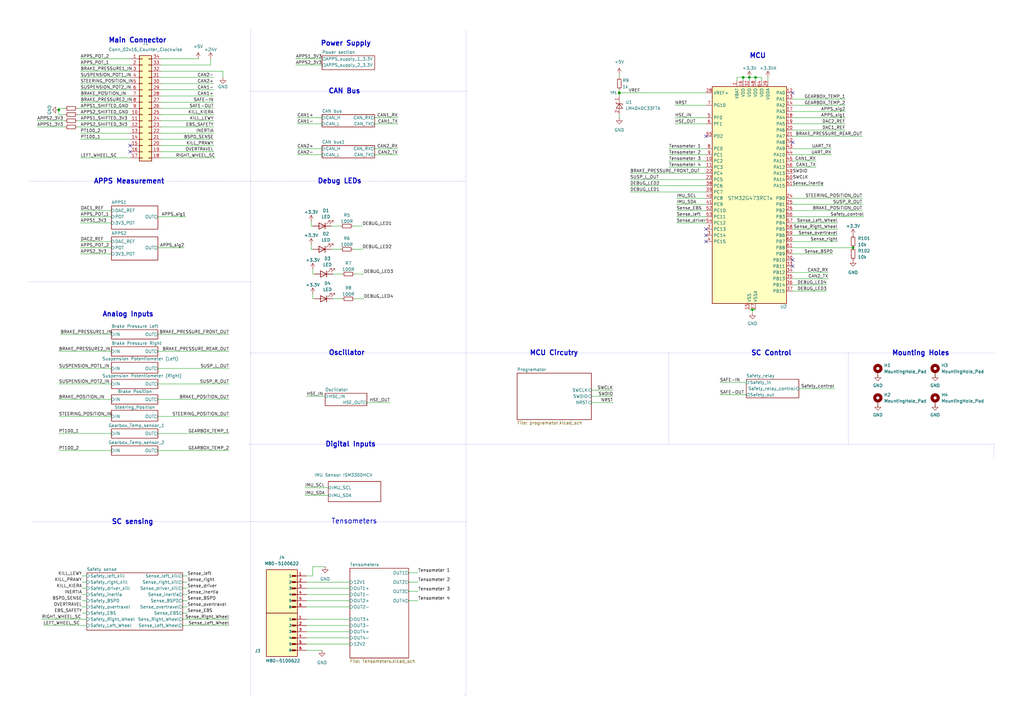
<source format=kicad_sch>
(kicad_sch (version 20231120) (generator "eeschema") (generator_version "8.0")
  (paper "A3")
  (title_block (title "Frontbox") (date "2023-03-11") (rev "${REVISION}") (company "Author: Adam Wasilewski") (comment 1 "Reviewer:"))
  (lib_symbols
    (symbol "Connector:TestPoint_Small" (pin_numbers hide) (pin_names (offset 0.762) hide)
      (property "Reference" "TP" (at 0 3.81 0))
      (property "Value" "TestPoint_Small" (at 0 2.032 0))
      (symbol "TestPoint_Small_1_1"
        (pin passive line (at 0 0 90) (length 0) (name "1") (number "1"))
      )
    )
    (symbol "Connector_Generic:Conn_02x17_Counter_Clockwise" (pin_names (offset 1.016) hide)
      (property "Reference" "J" (at 1.27 22.86 0))
      (property "Value" "Conn_02x17_Counter_Clockwise" (at 1.27 -22.86 0))
      (symbol "Conn_02x17_Counter_Clockwise_1_1"
        (pin passive line (at -5.08 20.32 0) (length 3.81) (name "Pin_1") (number "1"))
        (pin passive line (at -5.08 -2.54 0) (length 3.81) (name "Pin_10") (number "10"))
        (pin passive line (at -5.08 -5.08 0) (length 3.81) (name "Pin_11") (number "11"))
        (pin passive line (at -5.08 -7.62 0) (length 3.81) (name "Pin_12") (number "12"))
        (pin passive line (at -5.08 -10.16 0) (length 3.81) (name "Pin_13") (number "13"))
        (pin passive line (at -5.08 -12.7 0) (length 3.81) (name "Pin_14") (number "14"))
        (pin passive line (at -5.08 -15.24 0) (length 3.81) (name "Pin_15") (number "15"))
        (pin passive line (at -5.08 -17.78 0) (length 3.81) (name "Pin_16") (number "16"))
        (pin passive line (at -5.08 -20.32 0) (length 3.81) (name "Pin_17") (number "17"))
        (pin passive line (at 7.62 -20.32 180) (length 3.81) (name "Pin_18") (number "18"))
        (pin passive line (at 7.62 -17.78 180) (length 3.81) (name "Pin_19") (number "19"))
        (pin passive line (at -5.08 17.78 0) (length 3.81) (name "Pin_2") (number "2"))
        (pin passive line (at 7.62 -15.24 180) (length 3.81) (name "Pin_20") (number "20"))
        (pin passive line (at 7.62 -12.7 180) (length 3.81) (name "Pin_21") (number "21"))
        (pin passive line (at 7.62 -10.16 180) (length 3.81) (name "Pin_22") (number "22"))
        (pin passive line (at 7.62 -7.62 180) (length 3.81) (name "Pin_23") (number "23"))
        (pin passive line (at 7.62 -5.08 180) (length 3.81) (name "Pin_24") (number "24"))
        (pin passive line (at 7.62 -2.54 180) (length 3.81) (name "Pin_25") (number "25"))
        (pin passive line (at 7.62 0 180) (length 3.81) (name "Pin_26") (number "26"))
        (pin passive line (at 7.62 2.54 180) (length 3.81) (name "Pin_27") (number "27"))
        (pin passive line (at 7.62 5.08 180) (length 3.81) (name "Pin_28") (number "28"))
        (pin passive line (at 7.62 7.62 180) (length 3.81) (name "Pin_29") (number "29"))
        (pin passive line (at -5.08 15.24 0) (length 3.81) (name "Pin_3") (number "3"))
        (pin passive line (at 7.62 10.16 180) (length 3.81) (name "Pin_30") (number "30"))
        (pin passive line (at 7.62 12.7 180) (length 3.81) (name "Pin_31") (number "31"))
        (pin passive line (at 7.62 15.24 180) (length 3.81) (name "Pin_32") (number "32"))
        (pin passive line (at 7.62 17.78 180) (length 3.81) (name "Pin_33") (number "33"))
        (pin passive line (at 7.62 20.32 180) (length 3.81) (name "Pin_34") (number "34"))
        (pin passive line (at -5.08 12.7 0) (length 3.81) (name "Pin_4") (number "4"))
        (pin passive line (at -5.08 10.16 0) (length 3.81) (name "Pin_5") (number "5"))
        (pin passive line (at -5.08 7.62 0) (length 3.81) (name "Pin_6") (number "6"))
        (pin passive line (at -5.08 5.08 0) (length 3.81) (name "Pin_7") (number "7"))
        (pin passive line (at -5.08 2.54 0) (length 3.81) (name "Pin_8") (number "8"))
        (pin passive line (at -5.08 0 0) (length 3.81) (name "Pin_9") (number "9"))
      )
    )
    (symbol "Device:LED" (pin_numbers hide) (pin_names (offset 1.016) hide)
      (property "Reference" "D" (at 0 2.54 0))
      (property "Value" "LED" (at 0 -2.54 0))
      (symbol "LED_1_1"
        (pin passive line (at -3.81 0 0) (length 2.54) (name "K") (number "1"))
        (pin passive line (at 3.81 0 180) (length 2.54) (name "A") (number "2"))
      )
    )
    (symbol "Device:R_Small" (pin_numbers hide) (pin_names (offset 0.254) hide)
      (property "Reference" "R" (at 0.762 0.508 0))
      (property "Value" "R_Small" (at 0.762 -1.016 0))
      (symbol "R_Small_1_1"
        (pin passive line (at 0 2.54 270) (length 0.762) (name "~") (number "1"))
        (pin passive line (at 0 -2.54 90) (length 0.762) (name "~") (number "2"))
      )
    )
    (symbol "GND_1" (power) (pin_numbers hide) (pin_names (offset 0) hide)
      (property "Value" "GND" (at 0 -3.81 0))
      (symbol "GND_1_1_1"
        (pin power_in line (at 0 0 270) (length 0) (name "~") (number "1"))
      )
    )
    (symbol "GND_2" (power) (pin_numbers hide) (pin_names (offset 0) hide)
      (property "Value" "GND" (at 0 -3.81 0))
      (symbol "GND_2_1_1"
        (pin power_in line (at 0 0 270) (length 0) (name "~") (number "1"))
      )
    )
    (symbol "LM4040:LM4040" (pin_names (offset 0.0254) hide)
      (property "Reference" "U" (at 1.27 -2.54 90))
      (property "Value" "LM4040C33FTA" (at -1.27 -2.54 90))
      (symbol "LM4040_1_1"
        (pin passive line (at 3.81 0 180) (length 2.54) (name "K") (number "1"))
        (pin passive line (at -3.81 0 0) (length 2.54) (name "A") (number "2"))
        (pin no_connect line (at 0 3.81 270) (length 2.54) hide (name "NC") (number "3"))
      )
    )
    (symbol "MCU_ST_STM32G4:STM32G473RCTx"
      (property "Reference" "U" (at -15.24 46.99 0))
      (property "Value" "STM32G473RCTx" (at 10.16 46.99 0))
      (symbol "STM32G473RCTx_1_1"
        (pin power_in line (at -5.08 48.26 270) (length 2.54) (name "VBAT") (number "1"))
        (pin bidirectional line (at -17.78 15.24 0) (length 2.54) (name "PC2") (number "10"))
        (pin bidirectional line (at -17.78 12.7 0) (length 2.54) (name "PC3") (number "11"))
        (pin bidirectional line (at 17.78 43.18 180) (length 2.54) (name "PA0") (number "12"))
        (pin bidirectional line (at 17.78 40.64 180) (length 2.54) (name "PA1") (number "13"))
        (pin bidirectional line (at 17.78 38.1 180) (length 2.54) (name "PA2") (number "14"))
        (pin power_in line (at 0 -45.72 90) (length 2.54) (name "VSS") (number "15"))
        (pin power_in line (at -2.54 48.26 270) (length 2.54) (name "VDD") (number "16"))
        (pin bidirectional line (at 17.78 35.56 180) (length 2.54) (name "PA3") (number "17"))
        (pin bidirectional line (at 17.78 33.02 180) (length 2.54) (name "PA4") (number "18"))
        (pin bidirectional line (at 17.78 30.48 180) (length 2.54) (name "PA5") (number "19"))
        (pin bidirectional line (at -17.78 -12.7 0) (length 2.54) (name "PC13") (number "2"))
        (pin bidirectional line (at 17.78 27.94 180) (length 2.54) (name "PA6") (number "20"))
        (pin bidirectional line (at 17.78 25.4 180) (length 2.54) (name "PA7") (number "21"))
        (pin bidirectional line (at -17.78 10.16 0) (length 2.54) (name "PC4") (number "22"))
        (pin bidirectional line (at -17.78 7.62 0) (length 2.54) (name "PC5") (number "23"))
        (pin bidirectional line (at 17.78 0 180) (length 2.54) (name "PB0") (number "24"))
        (pin bidirectional line (at 17.78 -2.54 180) (length 2.54) (name "PB1") (number "25"))
        (pin bidirectional line (at 17.78 -5.08 180) (length 2.54) (name "PB2") (number "26"))
        (pin power_in line (at 2.54 -45.72 90) (length 2.54) (name "VSSA") (number "27"))
        (pin input line (at -17.78 43.18 0) (length 2.54) (name "VREF+") (number "28"))
        (pin power_in line (at 7.62 48.26 270) (length 2.54) (name "VDDA") (number "29"))
        (pin bidirectional line (at -17.78 -15.24 0) (length 2.54) (name "PC14") (number "3"))
        (pin bidirectional line (at 17.78 -25.4 180) (length 2.54) (name "PB10") (number "30"))
        (pin passive line (at 0 -45.72 90) (length 2.54) hide (name "VSS") (number "31"))
        (pin power_in line (at 0 48.26 270) (length 2.54) (name "VDD") (number "32"))
        (pin bidirectional line (at 17.78 -27.94 180) (length 2.54) (name "PB11") (number "33"))
        (pin bidirectional line (at 17.78 -30.48 180) (length 2.54) (name "PB12") (number "34"))
        (pin bidirectional line (at 17.78 -33.02 180) (length 2.54) (name "PB13") (number "35"))
        (pin bidirectional line (at 17.78 -35.56 180) (length 2.54) (name "PB14") (number "36"))
        (pin bidirectional line (at 17.78 -38.1 180) (length 2.54) (name "PB15") (number "37"))
        (pin bidirectional line (at -17.78 5.08 0) (length 2.54) (name "PC6") (number "38"))
        (pin bidirectional line (at -17.78 2.54 0) (length 2.54) (name "PC7") (number "39"))
        (pin bidirectional line (at -17.78 -17.78 0) (length 2.54) (name "PC15") (number "4"))
        (pin bidirectional line (at -17.78 0 0) (length 2.54) (name "PC8") (number "40"))
        (pin bidirectional line (at -17.78 -2.54 0) (length 2.54) (name "PC9") (number "41"))
        (pin bidirectional line (at 17.78 22.86 180) (length 2.54) (name "PA8") (number "42"))
        (pin bidirectional line (at 17.78 20.32 180) (length 2.54) (name "PA9") (number "43"))
        (pin bidirectional line (at 17.78 17.78 180) (length 2.54) (name "PA10") (number "44"))
        (pin bidirectional line (at 17.78 15.24 180) (length 2.54) (name "PA11") (number "45"))
        (pin bidirectional line (at 17.78 12.7 180) (length 2.54) (name "PA12") (number "46"))
        (pin passive line (at 0 -45.72 90) (length 2.54) hide (name "VSS") (number "47"))
        (pin power_in line (at 2.54 48.26 270) (length 2.54) (name "VDD") (number "48"))
        (pin bidirectional line (at 17.78 10.16 180) (length 2.54) (name "PA13") (number "49"))
        (pin bidirectional line (at -17.78 33.02 0) (length 2.54) (name "PF0") (number "5"))
        (pin bidirectional line (at 17.78 7.62 180) (length 2.54) (name "PA14") (number "50"))
        (pin bidirectional line (at 17.78 5.08 180) (length 2.54) (name "PA15") (number "51"))
        (pin bidirectional line (at -17.78 -5.08 0) (length 2.54) (name "PC10") (number "52"))
        (pin bidirectional line (at -17.78 -7.62 0) (length 2.54) (name "PC11") (number "53"))
        (pin bidirectional line (at -17.78 -10.16 0) (length 2.54) (name "PC12") (number "54"))
        (pin bidirectional line (at -17.78 25.4 0) (length 2.54) (name "PD2") (number "55"))
        (pin bidirectional line (at 17.78 -7.62 180) (length 2.54) (name "PB3") (number "56"))
        (pin bidirectional line (at 17.78 -10.16 180) (length 2.54) (name "PB4") (number "57"))
        (pin bidirectional line (at 17.78 -12.7 180) (length 2.54) (name "PB5") (number "58"))
        (pin bidirectional line (at 17.78 -15.24 180) (length 2.54) (name "PB6") (number "59"))
        (pin bidirectional line (at -17.78 30.48 0) (length 2.54) (name "PF1") (number "6"))
        (pin bidirectional line (at 17.78 -17.78 180) (length 2.54) (name "PB7") (number "60"))
        (pin bidirectional line (at 17.78 -20.32 180) (length 2.54) (name "PB8") (number "61"))
        (pin bidirectional line (at 17.78 -22.86 180) (length 2.54) (name "PB9") (number "62"))
        (pin passive line (at 0 -45.72 90) (length 2.54) hide (name "VSS") (number "63"))
        (pin power_in line (at 5.08 48.26 270) (length 2.54) (name "VDD") (number "64"))
        (pin bidirectional line (at -17.78 38.1 0) (length 2.54) (name "PG10") (number "7"))
        (pin bidirectional line (at -17.78 20.32 0) (length 2.54) (name "PC0") (number "8"))
        (pin bidirectional line (at -17.78 17.78 0) (length 2.54) (name "PC1") (number "9"))
      )
    )
    (symbol "Mechanical:MountingHole_Pad" (pin_numbers hide) (pin_names (offset 1.016) hide)
      (property "Reference" "H" (at 0 6.35 0))
      (property "Value" "MountingHole_Pad" (at 0 4.445 0))
      (symbol "MountingHole_Pad_1_1"
        (pin input line (at 0 -2.54 90) (length 2.54) (name "1") (number "1"))
      )
    )
    (symbol "Snapeda:M80-5100622" (pin_names (offset 1.016))
      (property "Reference" "J" (at -11.93 5.08 0))
      (property "Value" "M80-5100622" (at -6.858 -10.922 0))
      (symbol "M80-5100622_0_0"
        (pin passive line (at 10.16 6.35 180) (length 5.08) (name "1") (number "1"))
        (pin passive line (at 10.16 3.81 180) (length 5.08) (name "2") (number "2"))
        (pin passive line (at 10.16 1.27 180) (length 5.08) (name "3") (number "3"))
        (pin passive line (at 10.16 -1.27 180) (length 5.08) (name "4") (number "4"))
        (pin passive line (at 10.16 -3.81 180) (length 5.08) (name "5") (number "5"))
        (pin passive line (at 10.16 -6.35 180) (length 5.08) (name "6") (number "6"))
      )
    )
    (symbol "power:+24V" (power) (pin_names (offset 0))
      (property "Value" "+24V" (at 0 3.556 0))
      (symbol "+24V_1_1"
        (pin power_in line (at 0 0 90) (length 0) hide (name "+24V") (number "1"))
      )
    )
    (symbol "power:+3.3V" (power) (pin_names (offset 0))
      (property "Value" "+3.3V" (at 0 3.556 0))
      (symbol "+3.3V_1_1"
        (pin power_in line (at 0 0 90) (length 0) hide (name "+3.3V") (number "1"))
      )
    )
    (symbol "power:+3.3VA" (power) (pin_names (offset 0))
      (property "Value" "+3.3VA" (at 0 3.556 0))
      (symbol "+3.3VA_1_1"
        (pin power_in line (at 0 0 90) (length 0) hide (name "+3.3VA") (number "1"))
      )
    )
    (symbol "power:+5V" (power) (pin_names (offset 0))
      (property "Value" "+5V" (at 0 3.556 0))
      (symbol "+5V_1_1"
        (pin power_in line (at 0 0 90) (length 0) hide (name "+5V") (number "1"))
      )
    )
    (symbol "power:GND" (power) (pin_names (offset 0))
      (property "Value" "GND" (at 0 -3.81 0))
      (symbol "GND_1_1"
        (pin power_in line (at 0 0 270) (length 0) hide (name "GND") (number "1"))
      )
    )
  )
  (junction (at 309.88 31.75))
  (junction (at 308.61 127))
  (junction (at 349.885 101.6))
  (junction (at 254 38.1))
  (junction (at 304.8 31.75))
  (junction (at 24.13 45.085))
  (junction (at 307.34 31.75))
  (no_connect (at 325.12 109.22))
  (no_connect (at 289.56 93.98))
  (no_connect (at 289.56 99.06))
  (no_connect (at 289.56 96.52))
  (no_connect (at 289.56 55.88))
  (no_connect (at 325.12 38.1))
  (no_connect (at 325.12 106.68))
  (no_connect (at 325.12 58.42))
  (no_connect (at 53.34 62.23))
  (no_connect (at 53.34 59.69))
  (polyline (pts (xy 407.67 182.245) (xy 407.67 187.96)) (stroke (width 0) (type dot)))
  (wire (pts (xy 33.02 41.91) (xy 53.34 41.91)))
  (wire (pts (xy 325.12 43.18) (xy 346.71 43.18)))
  (wire (pts (xy 341.63 104.14) (xy 325.12 104.14)))
  (wire (pts (xy 145.415 112.395) (xy 149.225 112.395)))
  (wire (pts (xy 64.77 151.13) (xy 93.98 151.13)))
  (wire (pts (xy 24.13 144.145) (xy 45.72 144.145)))
  (wire (pts (xy 33.02 39.37) (xy 53.34 39.37)))
  (polyline (pts (xy 191.135 144.78) (xy 217.805 144.78)) (stroke (width 0) (type dot)))
  (wire (pts (xy 121.92 50.8) (xy 132.08 50.8)))
  (polyline (pts (xy 170.18 74.295) (xy 191.135 74.295)) (stroke (width 0) (type dot)))
  (wire (pts (xy 66.04 41.91) (xy 87.63 41.91)))
  (polyline (pts (xy 191.135 12.7) (xy 191.135 110.49)) (stroke (width 0) (type dot)))
  (wire (pts (xy 125.73 266.7) (xy 132.08 266.7)))
  (wire (pts (xy 24.13 46.99) (xy 24.13 45.085)))
  (wire (pts (xy 33.02 86.36) (xy 45.72 86.36)))
  (wire (pts (xy 302.26 31.75) (xy 304.8 31.75)))
  (wire (pts (xy 144.78 102.235) (xy 148.59 102.235)))
  (wire (pts (xy 327.66 159.385) (xy 342.265 159.385)))
  (wire (pts (xy 307.34 127) (xy 308.61 127)))
  (polyline (pts (xy 102.87 213.995) (xy 120.65 213.995)) (stroke (width 0) (type dot)))
  (polyline (pts (xy 190.5 182.245) (xy 407.67 182.245)) (stroke (width 0) (type dot)))
  (polyline (pts (xy 67.31 74.295) (xy 102.87 74.295)) (stroke (width 0) (type dot)))
  (wire (pts (xy 66.04 34.29) (xy 87.63 34.29)))
  (wire (pts (xy 254 36.83) (xy 254 38.1)))
  (wire (pts (xy 33.655 236.22) (xy 35.56 236.22)))
  (wire (pts (xy 325.12 99.06) (xy 343.535 99.06)))
  (wire (pts (xy 135.89 102.235) (xy 139.7 102.235)))
  (polyline (pts (xy 102.87 74.295) (xy 102.87 285.115)) (stroke (width 0) (type dot)))
  (wire (pts (xy 277.495 91.44) (xy 289.56 91.44)))
  (wire (pts (xy 33.02 101.6) (xy 45.72 101.6)))
  (wire (pts (xy 31.75 44.45) (xy 53.34 44.45)))
  (wire (pts (xy 309.88 31.75) (xy 312.42 31.75)))
  (wire (pts (xy 15.24 52.07) (xy 26.67 52.07)))
  (polyline (pts (xy 102.87 144.78) (xy 102.87 145.415)) (stroke (width 0) (type dot)))
  (wire (pts (xy 127.635 100.33) (xy 127.635 102.235)))
  (polyline (pts (xy 236.855 144.78) (xy 309.88 144.78)) (stroke (width 0) (type dot)))
  (wire (pts (xy 66.04 62.23) (xy 87.63 62.23)))
  (wire (pts (xy 66.04 57.15) (xy 87.63 57.15)))
  (wire (pts (xy 121.92 60.96) (xy 132.08 60.96)))
  (polyline (pts (xy 347.98 172.085) (xy 347.98 182.88)) (stroke (width 0) (type dot)))
  (wire (pts (xy 33.02 88.9) (xy 45.72 88.9)))
  (wire (pts (xy 128.27 232.41) (xy 128.27 236.22)))
  (wire (pts (xy 33.655 246.38) (xy 35.56 246.38)))
  (wire (pts (xy 66.04 46.99) (xy 87.63 46.99)))
  (wire (pts (xy 133.35 232.41) (xy 128.27 232.41)))
  (wire (pts (xy 339.725 111.76) (xy 325.12 111.76)))
  (polyline (pts (xy 102.87 12.065) (xy 102.87 74.295)) (stroke (width 0) (type dot)))
  (wire (pts (xy 31.75 46.99) (xy 53.34 46.99)))
  (wire (pts (xy 325.12 86.36) (xy 353.695 86.36)))
  (wire (pts (xy 325.12 101.6) (xy 349.885 101.6)))
  (wire (pts (xy 128.27 110.49) (xy 128.27 112.395)))
  (polyline (pts (xy 12.065 115.57) (xy 12.065 116.205)) (stroke (width 0) (type dot)))
  (polyline (pts (xy 190.5 285.115) (xy 191.135 285.115)) (stroke (width 0) (type dot)))
  (wire (pts (xy 307.34 31.75) (xy 309.88 31.75)))
  (wire (pts (xy 121.92 48.26) (xy 132.08 48.26)))
  (wire (pts (xy 334.645 66.04) (xy 325.12 66.04)))
  (wire (pts (xy 33.02 24.13) (xy 53.34 24.13)))
  (wire (pts (xy 33.655 243.84) (xy 35.56 243.84)))
  (wire (pts (xy 325.12 48.26) (xy 346.71 48.26)))
  (wire (pts (xy 86.36 26.67) (xy 86.36 24.13)))
  (wire (pts (xy 144.78 92.71) (xy 148.59 92.71)))
  (wire (pts (xy 308.61 127) (xy 309.88 127)))
  (wire (pts (xy 66.04 24.13) (xy 81.28 24.13)))
  (wire (pts (xy 337.82 76.2) (xy 325.12 76.2)))
  (wire (pts (xy 302.26 33.02) (xy 302.26 31.75)))
  (wire (pts (xy 26.67 46.99) (xy 24.13 46.99)))
  (wire (pts (xy 258.445 71.12) (xy 289.56 71.12)))
  (wire (pts (xy 66.04 26.67) (xy 86.36 26.67)))
  (wire (pts (xy 242.57 162.56) (xy 251.46 162.56)))
  (wire (pts (xy 125.73 241.3) (xy 143.51 241.3)))
  (wire (pts (xy 66.04 64.77) (xy 88.265 64.77)))
  (wire (pts (xy 66.04 36.83) (xy 87.63 36.83)))
  (wire (pts (xy 64.77 184.785) (xy 93.98 184.785)))
  (wire (pts (xy 325.12 88.9) (xy 354.33 88.9)))
  (wire (pts (xy 258.445 76.2) (xy 289.56 76.2)))
  (polyline (pts (xy 62.23 213.995) (xy 102.87 213.995)) (stroke (width 0) (type dot)))
  (wire (pts (xy 127.635 90.805) (xy 127.635 92.71)))
  (wire (pts (xy 163.195 60.96) (xy 153.67 60.96)))
  (wire (pts (xy 314.96 31.75) (xy 314.96 33.02)))
  (wire (pts (xy 33.02 31.75) (xy 53.34 31.75)))
  (wire (pts (xy 325.12 83.82) (xy 353.695 83.82)))
  (polyline (pts (xy 148.59 144.78) (xy 191.135 144.78)) (stroke (width 0) (type dot)))
  (wire (pts (xy 66.04 44.45) (xy 87.63 44.45)))
  (wire (pts (xy 64.77 88.9) (xy 76.2 88.9)))
  (wire (pts (xy 24.13 184.785) (xy 45.72 184.785)))
  (wire (pts (xy 74.93 236.22) (xy 76.835 236.22)))
  (wire (pts (xy 125.73 248.92) (xy 143.51 248.92)))
  (wire (pts (xy 91.44 29.21) (xy 91.44 31.75)))
  (wire (pts (xy 304.8 31.75) (xy 307.34 31.75)))
  (wire (pts (xy 309.88 31.75) (xy 309.88 33.02)))
  (wire (pts (xy 24.13 177.8) (xy 45.72 177.8)))
  (wire (pts (xy 277.495 88.9) (xy 289.56 88.9)))
  (polyline (pts (xy 387.985 144.78) (xy 408.305 144.78)) (stroke (width 0) (type dot)))
  (wire (pts (xy 125.73 256.54) (xy 143.51 256.54)))
  (wire (pts (xy 360.045 153.67) (xy 360.045 154.94)))
  (wire (pts (xy 167.64 234.95) (xy 171.45 234.95)))
  (wire (pts (xy 125.73 254) (xy 143.51 254)))
  (polyline (pts (xy 347.98 144.78) (xy 347.98 172.085)) (stroke (width 0) (type dot)))
  (wire (pts (xy 24.13 151.13) (xy 45.72 151.13)))
  (wire (pts (xy 66.04 49.53) (xy 87.63 49.53)))
  (wire (pts (xy 33.655 238.76) (xy 35.56 238.76)))
  (polyline (pts (xy 13.335 213.995) (xy 46.99 213.995)) (stroke (width 0) (type dot)))
  (wire (pts (xy 343.535 91.44) (xy 325.12 91.44)))
  (wire (pts (xy 64.77 157.48) (xy 93.98 157.48)))
  (wire (pts (xy 33.02 29.21) (xy 53.34 29.21)))
  (polyline (pts (xy 102.87 115.57) (xy 12.065 115.57)) (stroke (width 0) (type dot)))
  (wire (pts (xy 66.04 52.07) (xy 87.63 52.07)))
  (polyline (pts (xy 274.32 144.78) (xy 274.32 182.245)) (stroke (width 0) (type dot)))
  (wire (pts (xy 274.32 60.96) (xy 289.56 60.96)))
  (wire (pts (xy 325.12 45.72) (xy 346.71 45.72)))
  (polyline (pts (xy 147.32 37.465) (xy 191.77 37.465)) (stroke (width 0) (type dot)))
  (wire (pts (xy 346.71 40.64) (xy 325.12 40.64)))
  (polyline (pts (xy 191.135 213.995) (xy 191.135 285.115)) (stroke (width 0) (type dot)))
  (wire (pts (xy 125.73 162.56) (xy 133.35 162.56)))
  (wire (pts (xy 66.04 54.61) (xy 87.63 54.61)))
  (wire (pts (xy 125.73 261.62) (xy 143.51 261.62)))
  (wire (pts (xy 258.445 73.66) (xy 289.56 73.66)))
  (wire (pts (xy 121.92 63.5) (xy 132.08 63.5)))
  (wire (pts (xy 121.285 24.13) (xy 132.08 24.13)))
  (wire (pts (xy 325.12 55.88) (xy 353.695 55.88)))
  (wire (pts (xy 289.56 50.8) (xy 276.86 50.8)))
  (wire (pts (xy 74.93 256.54) (xy 93.98 256.54)))
  (wire (pts (xy 66.04 39.37) (xy 87.63 39.37)))
  (wire (pts (xy 24.13 44.45) (xy 26.67 44.45)))
  (wire (pts (xy 33.02 104.14) (xy 45.72 104.14)))
  (wire (pts (xy 64.77 101.6) (xy 75.565 101.6)))
  (wire (pts (xy 289.56 48.26) (xy 276.86 48.26)))
  (polyline (pts (xy 154.305 213.995) (xy 191.135 213.995)) (stroke (width 0) (type dot)))
  (wire (pts (xy 66.04 31.75) (xy 87.63 31.75)))
  (wire (pts (xy 33.02 54.61) (xy 53.34 54.61)))
  (wire (pts (xy 254 46.99) (xy 254 48.26)))
  (polyline (pts (xy 323.85 144.78) (xy 366.395 144.78)) (stroke (width 0) (type dot)))
  (wire (pts (xy 167.64 246.38) (xy 171.45 246.38)))
  (wire (pts (xy 343.535 96.52) (xy 325.12 96.52)))
  (wire (pts (xy 312.42 31.75) (xy 312.42 33.02)))
  (wire (pts (xy 93.98 254) (xy 74.93 254)))
  (wire (pts (xy 274.32 66.04) (xy 289.56 66.04)))
  (wire (pts (xy 33.02 91.44) (xy 45.72 91.44)))
  (wire (pts (xy 136.525 122.555) (xy 140.335 122.555)))
  (wire (pts (xy 74.93 241.3) (xy 76.835 241.3)))
  (wire (pts (xy 125.095 200.025) (xy 134.62 200.025)))
  (wire (pts (xy 325.12 116.84) (xy 339.09 116.84)))
  (wire (pts (xy 254 38.1) (xy 289.56 38.1)))
  (wire (pts (xy 128.27 102.235) (xy 127.635 102.235)))
  (wire (pts (xy 153.67 63.5) (xy 163.195 63.5)))
  (wire (pts (xy 150.495 165.1) (xy 160.02 165.1)))
  (wire (pts (xy 74.93 248.92) (xy 76.835 248.92)))
  (wire (pts (xy 135.89 92.71) (xy 139.7 92.71)))
  (wire (pts (xy 254 39.37) (xy 254 38.1)))
  (wire (pts (xy 74.93 246.38) (xy 76.835 246.38)))
  (wire (pts (xy 74.93 251.46) (xy 76.835 251.46)))
  (wire (pts (xy 128.27 92.71) (xy 127.635 92.71)))
  (polyline (pts (xy 102.87 37.465) (xy 135.255 37.465)) (stroke (width 0) (type dot)))
  (wire (pts (xy 128.905 122.555) (xy 128.27 122.555)))
  (wire (pts (xy 274.32 68.58) (xy 289.56 68.58)))
  (wire (pts (xy 33.02 57.15) (xy 53.34 57.15)))
  (wire (pts (xy 325.12 119.38) (xy 339.09 119.38)))
  (wire (pts (xy 17.78 256.54) (xy 35.56 256.54)))
  (wire (pts (xy 277.495 81.28) (xy 289.56 81.28)))
  (wire (pts (xy 66.04 29.21) (xy 91.44 29.21)))
  (wire (pts (xy 325.12 68.58) (xy 334.645 68.58)))
  (wire (pts (xy 308.61 127) (xy 308.61 128.27)))
  (wire (pts (xy 325.12 50.8) (xy 346.71 50.8)))
  (wire (pts (xy 33.02 34.29) (xy 53.34 34.29)))
  (wire (pts (xy 24.13 170.815) (xy 45.72 170.815)))
  (polyline (pts (xy 120.015 74.295) (xy 130.81 74.295)) (stroke (width 0) (type dot)))
  (wire (pts (xy 15.24 49.53) (xy 26.67 49.53)))
  (wire (pts (xy 74.93 238.76) (xy 76.835 238.76)))
  (wire (pts (xy 64.77 177.8) (xy 93.98 177.8)))
  (wire (pts (xy 353.695 81.28) (xy 325.12 81.28)))
  (wire (pts (xy 242.57 165.1) (xy 251.46 165.1)))
  (wire (pts (xy 325.12 63.5) (xy 340.995 63.5)))
  (wire (pts (xy 307.34 31.75) (xy 307.34 33.02)))
  (wire (pts (xy 24.13 157.48) (xy 45.72 157.48)))
  (wire (pts (xy 64.77 137.16) (xy 93.98 137.16)))
  (wire (pts (xy 33.02 99.06) (xy 45.72 99.06)))
  (wire (pts (xy 167.64 238.76) (xy 171.45 238.76)))
  (wire (pts (xy 145.415 122.555) (xy 149.225 122.555)))
  (wire (pts (xy 31.75 49.53) (xy 53.34 49.53)))
  (wire (pts (xy 125.73 238.76) (xy 143.51 238.76)))
  (wire (pts (xy 33.655 241.3) (xy 35.56 241.3)))
  (wire (pts (xy 31.75 52.07) (xy 53.34 52.07)))
  (wire (pts (xy 33.02 64.77) (xy 53.34 64.77)))
  (wire (pts (xy 125.095 203.2) (xy 134.62 203.2)))
  (wire (pts (xy 74.93 243.84) (xy 76.835 243.84)))
  (polyline (pts (xy 147.955 74.295) (xy 170.18 74.295)) (stroke (width 0) (type dot)))
  (wire (pts (xy 125.73 259.08) (xy 143.51 259.08)))
  (wire (pts (xy 66.04 59.69) (xy 87.63 59.69)))
  (wire (pts (xy 125.73 264.16) (xy 143.51 264.16)))
  (wire (pts (xy 289.56 43.18) (xy 276.86 43.18)))
  (wire (pts (xy 277.495 86.36) (xy 289.56 86.36)))
  (wire (pts (xy 277.495 83.82) (xy 289.56 83.82)))
  (wire (pts (xy 383.54 153.67) (xy 383.54 154.94)))
  (wire (pts (xy 125.73 243.84) (xy 143.51 243.84)))
  (wire (pts (xy 128.27 120.65) (xy 128.27 122.555)))
  (wire (pts (xy 64.77 163.83) (xy 93.98 163.83)))
  (wire (pts (xy 153.67 48.26) (xy 163.195 48.26)))
  (wire (pts (xy 33.655 251.46) (xy 35.56 251.46)))
  (wire (pts (xy 295.275 161.925) (xy 306.07 161.925)))
  (wire (pts (xy 64.77 144.145) (xy 93.98 144.145)))
  (wire (pts (xy 383.54 165.735) (xy 383.54 167.005)))
  (wire (pts (xy 258.445 78.74) (xy 289.56 78.74)))
  (wire (pts (xy 33.655 248.92) (xy 35.56 248.92)))
  (wire (pts (xy 360.045 165.735) (xy 360.045 167.005)))
  (wire (pts (xy 128.27 236.22) (xy 125.73 236.22)))
  (polyline (pts (xy 153.67 182.245) (xy 190.5 182.245)) (stroke (width 0) (type dot)))
  (wire (pts (xy 24.13 163.83) (xy 45.72 163.83)))
  (wire (pts (xy 24.765 137.16) (xy 45.72 137.16)))
  (polyline (pts (xy 102.87 144.78) (xy 135.255 144.78)) (stroke (width 0) (type dot)))
  (polyline (pts (xy 191.135 213.995) (xy 191.135 166.37)) (stroke (width 0) (type dot)))
  (wire (pts (xy 339.725 114.3) (xy 325.12 114.3)))
  (wire (pts (xy 254 30.48) (xy 254 31.75)))
  (wire (pts (xy 163.195 50.8) (xy 153.67 50.8)))
  (wire (pts (xy 64.77 170.815) (xy 93.98 170.815)))
  (wire (pts (xy 136.525 112.395) (xy 140.335 112.395)))
  (wire (pts (xy 295.275 156.845) (xy 306.07 156.845)))
  (wire (pts (xy 167.64 242.57) (xy 171.45 242.57)))
  (wire (pts (xy 242.57 160.02) (xy 251.46 160.02)))
  (wire (pts (xy 304.8 31.75) (xy 304.8 33.02)))
  (polyline (pts (xy 102.235 182.245) (xy 133.985 182.245)) (stroke (width 0) (type dot)))
  (wire (pts (xy 325.12 93.98) (xy 343.535 93.98)))
  (wire (pts (xy 274.32 63.5) (xy 289.56 63.5)))
  (polyline (pts (xy 12.065 74.295) (xy 39.37 74.295)) (stroke (width 0) (type dot)))
  (wire (pts (xy 325.12 53.34) (xy 346.71 53.34)))
  (wire (pts (xy 121.285 26.67) (xy 132.08 26.67)))
  (wire (pts (xy 33.02 26.67) (xy 53.34 26.67)))
  (wire (pts (xy 340.995 60.96) (xy 325.12 60.96)))
  (wire (pts (xy 33.02 36.83) (xy 53.34 36.83)))
  (wire (pts (xy 128.905 112.395) (xy 128.27 112.395)))
  (wire (pts (xy 17.145 254) (xy 35.56 254)))
  (polyline (pts (xy 191.135 110.49) (xy 191.135 166.37)) (stroke (width 0) (type dot)))
  (wire (pts (xy 24.13 45.085) (xy 24.13 44.45)))
  (polyline (pts (xy 130.81 74.295) (xy 130.81 74.93)) (stroke (width 0) (type dot)))
  (polyline (pts (xy 102.87 74.295) (xy 120.015 74.295)) (stroke (width 0) (type dot)))
  (wire (pts (xy 125.73 246.38) (xy 143.51 246.38)))
  (polyline (pts (xy 120.65 213.995) (xy 136.525 213.995)) (stroke (width 0) (type dot)))
  (text "SC sensing\n" (at 45.72 215.265 0) (effects (font (size 2 2) (thickness 0.4) (bold yes)) (justify left bottom)))
  (text "Dodać programator stlink v3 mini\n" (at 312.166 -6.858 0) (effects (font (size 3 3)) (justify left bottom)))
  (text "MCU Circutry\n\n" (at 217.17 149.225 0) (effects (font (size 2 2) (thickness 0.4) (bold yes)) (justify left bottom)))
  (text "CAN Bus\n" (at 134.62 38.608 0) (effects (font (size 2 2) (thickness 0.4) (bold yes)) (justify left bottom)))
  (text "Debug LEDs\n\n" (at 130.175 78.74 0) (effects (font (size 2 2) (thickness 0.4) (bold yes)) (justify left bottom)))
  (text "Digital Inputs\n\n" (at 133.35 186.69 0) (effects (font (size 2 2) (thickness 0.4) (bold yes)) (justify left bottom)))
  (text "Analog Inputs\n\n" (at 41.91 133.35 0) (effects (font (size 2 2) (thickness 0.4) (bold yes)) (justify left bottom)))
  (text "Oscillator" (at 142.24 144.78 0) (effects (font (size 2 2) (thickness 0.4) (bold yes))))
  (text "Main Connector\n" (at 44.45 17.78 0) (effects (font (size 2 2) (thickness 0.4) (bold yes)) (justify left bottom)))
  (text "Tensometers" (at 145.288 213.868 0) (effects (font (size 2 2) (thickness 0.254) (bold yes))))
  (text "MCU" (at 307.34 24.13 0) (effects (font (size 2 2) (thickness 0.4) (bold yes)) (justify left bottom)))
  (text "Dodać dodatkowe pomiary temperatury przekładni" (at 312.166 -11.938 0) (effects (font (size 3 3)) (justify left bottom)))
  (text "SC Control\n" (at 307.975 146.05 0) (effects (font (size 2 2) (thickness 0.4) (bold yes)) (justify left bottom)))
  (text "APPS Measurement\n\n\n" (at 38.354 82.042 0) (effects (font (size 2 2) (thickness 0.4) (bold yes)) (justify left bottom)))
  (text "Power Supply\n" (at 131.445 19.05 0) (effects (font (size 2 2) (thickness 0.4) (bold yes)) (justify left bottom)))
  (text "Mounting Holes\n" (at 365.76 146.05 0) (effects (font (size 2 2) (thickness 0.4) (bold yes)) (justify left bottom)))
  (label "DAC2_REF" (at 33.02 99.06 0))
  (label "PT100_1" (at 24.13 177.8 0))
  (label "SAFE-OUT" (at 87.63 44.45 180))
  (label "Sense_right" (at 343.535 99.06 180))
  (label "SUSP_R_OUT" (at 353.695 83.82 180))
  (label "EBS_SAFETY" (at 33.655 251.46 180))
  (label "Tensometer 1" (at 171.45 234.95 0) (effects (font (thickness 0.1588))))
  (label "APPS1_3V3" (at 121.285 24.13 0))
  (label "CAN1-" (at 121.92 50.8 0))
  (label "RIGHT_WHEEL_SC" (at 17.145 254 0))
  (label "KILL_KIERA" (at 33.655 241.3 180))
  (label "Sense_Left_Wheel" (at 93.98 256.54 180))
  (label "BRAKE_PRESSURE1_IN" (at 24.765 137.16 0))
  (label "KILL_LEWY" (at 33.655 236.22 180))
  (label "GEARBOX_TEMP_2" (at 346.71 43.18 180))
  (label "Sense_BSPD" (at 76.835 246.38 0))
  (label "SUSPENSION_POT1_IN" (at 33.02 31.75 0))
  (label "CAN2_TX" (at 339.725 114.3 180))
  (label "BRAKE_POSITION_IN" (at 24.13 163.83 0))
  (label "INERTIA" (at 33.655 243.84 180))
  (label "Sense_left" (at 277.495 88.9 0))
  (label "BRAKE_POSITION_OUT" (at 353.695 86.36 180))
  (label "IMU_SDA" (at 277.495 83.82 0))
  (label "Tensometer 3" (at 274.32 66.04 0))
  (label "KILL_PRAWY" (at 87.63 59.69 180))
  (label "APPS_sig1" (at 346.71 48.26 180))
  (label "CAN2_RX" (at 339.725 111.76 180))
  (label "LEFT_WHEEL_SC" (at 17.78 256.54 0))
  (label "APPS_sig2" (at 75.565 101.6 180))
  (label "APPS_POT_1" (at 33.02 26.67 0))
  (label "BRAKE_PRESSURE_FRONT_OUT" (at 258.445 71.12 0))
  (label "DAC1_REF" (at 346.71 53.34 180))
  (label "SWDIO" (at 325.12 71.12 0))
  (label "STEERING_POSITION_IN" (at 24.13 170.815 0))
  (label "Sense_overtravel" (at 76.835 248.92 0))
  (label "LEFT_WHEEL_SC" (at 33.02 64.77 0))
  (label "SUSP_R_OUT" (at 93.98 157.48 180))
  (label "CAN1_TX" (at 334.645 68.58 180))
  (label "INERTIA" (at 87.63 54.61 180))
  (label "Sense_Right_Wheel" (at 93.98 254 180))
  (label "OVERTRAVEL" (at 33.655 248.92 180))
  (label "APPS_POT_2" (at 33.02 101.6 0))
  (label "DEBUG_LED1" (at 258.445 78.74 0))
  (label "APPS2_3V3" (at 15.24 49.53 0))
  (label "APPS1_SHIFTED_GND" (at 33.02 44.45 0))
  (label "Sense_Right_Wheel" (at 343.535 93.98 180))
  (label "APPS_sig2" (at 346.71 45.72 180))
  (label "GEARBOX_TEMP_2" (at 93.98 184.785 180))
  (label "DEBUG_LED4" (at 339.09 116.84 180))
  (label "CAN1-" (at 87.63 36.83 180))
  (label "SAFE-IN" (at 295.275 156.845 0))
  (label "Sense_EBS" (at 76.835 251.46 0))
  (label "STEERING_POSITION_OUT" (at 353.695 81.28 180))
  (label "CAN1_RX" (at 163.195 48.26 180))
  (label "Sense_overtravel" (at 343.535 96.52 180))
  (label "Safety_control" (at 342.265 159.385 180))
  (label "SUSP_L_OUT" (at 258.445 73.66 0))
  (label "Tensometer 2" (at 274.32 63.5 0))
  (label "DEBUG_LED2" (at 148.59 102.235 0))
  (label "BRAKE_POSITION_OUT" (at 93.98 163.83 180))
  (label "SWCLK" (at 325.12 73.66 0))
  (label "UART_RX" (at 340.995 63.5 180))
  (label "CAN2+" (at 121.92 60.96 0))
  (label "EBS_SAFETY" (at 87.63 52.07 180))
  (label "Sense_right" (at 76.835 238.76 0))
  (label "APPS_POT_2" (at 33.02 24.13 0))
  (label "CAN1_RX" (at 334.645 66.04 180))
  (label "CAN2_RX" (at 163.195 60.96 180))
  (label "NRST" (at 276.86 43.18 0))
  (label "SUSPENSION_POT2_IN" (at 33.02 36.83 0))
  (label "APPS2_3V3" (at 121.285 26.67 0))
  (label "BSPD_SENSE" (at 33.655 246.38 180))
  (label "HSE_IN" (at 125.73 162.56 0))
  (label "KILL_KIERA" (at 87.63 46.99 180))
  (label "IMU_SDA" (at 125.095 203.2 0))
  (label "Sense_left" (at 76.835 236.22 0))
  (label "Tensometer 4" (at 171.45 246.38 0) (effects (font (thickness 0.1588))))
  (label "BRAKE_PRESSURE2_IN" (at 24.13 144.145 0))
  (label "CAN2+" (at 87.63 34.29 180))
  (label "HSE_OUT" (at 160.02 165.1 180))
  (label "APPS2_SHIFTED_3V3" (at 33.02 52.07 0))
  (label "Tensometer 4" (at 274.32 68.58 0))
  (label "APPS_POT_1" (at 33.02 88.9 0))
  (label "BRAKE_PRESSURE_REAR_OUT" (at 93.98 144.145 180))
  (label "CAN2-" (at 87.63 31.75 180))
  (label "DAC2_REF" (at 346.71 50.8 180))
  (label "CAN2_TX" (at 163.195 63.5 180))
  (label "APPS1_3V3" (at 33.02 91.44 0))
  (label "BRAKE_PRESSURE1_IN" (at 33.02 29.21 0))
  (label "Sense_Left_Wheel" (at 343.535 91.44 180))
  (label "DEBUG_LED2" (at 258.445 76.2 0))
  (label "IMU_SCL" (at 277.495 81.28 0))
  (label "Sense_BSPD" (at 341.63 104.14 180))
  (label "HSE_OUT" (at 276.86 50.8 0))
  (label "CAN2-" (at 121.92 63.5 0))
  (label "BRAKE_POSITION_IN" (at 33.02 39.37 0))
  (label "BRAKE_PRESSURE_REAR_OUT" (at 353.695 55.88 180))
  (label "SUSPENSION_POT1_IN" (at 24.13 151.13 0))
  (label "PT100_2" (at 24.13 184.785 0))
  (label "CAN1+" (at 87.63 39.37 180))
  (label "APPS1_3V3" (at 15.24 52.07 0))
  (label "NRST" (at 251.46 165.1 180))
  (label "APPS1_SHIFTED_3V3" (at 33.02 49.53 0))
  (label "GEARBOX_TEMP_1" (at 346.71 40.64 180))
  (label "Sense_driver" (at 76.835 241.3 0))
  (label "Sense_EBS" (at 277.495 86.36 0))
  (label "BRAKE_PRESSURE_FRONT_OUT" (at 93.98 137.16 180))
  (label "APPS2_SHIFTED_GND" (at 33.02 46.99 0))
  (label "UART_TX" (at 340.995 60.96 180))
  (label "PT100_2" (at 33.02 54.61 0))
  (label "CAN1_TX" (at 163.195 50.8 180))
  (label "GEARBOX_TEMP_1" (at 93.98 177.8 180))
  (label "KILL_LEWY" (at 87.63 49.53 180))
  (label "RIGHT_WHEEL_SC" (at 88.265 64.77 180))
  (label "CAN1+" (at 121.92 48.26 0))
  (label "Tensometer 2" (at 171.45 238.76 0) (effects (font (thickness 0.1588))))
  (label "DAC1_REF" (at 33.02 86.36 0))
  (label "DEBUG_LED3" (at 339.09 119.38 180))
  (label "Sense_inertia" (at 337.82 76.2 180))
  (label "SAFE-OUT" (at 295.275 161.925 0))
  (label "Tensometer 1" (at 274.32 60.96 0))
  (label "Sense_inertia" (at 76.835 243.84 0))
  (label "APPS2_3V3" (at 33.02 104.14 0))
  (label "APPS_sig1" (at 76.2 88.9 180))
  (label "IMU_SCL" (at 125.095 200.025 0))
  (label "SUSPENSION_POT2_IN" (at 24.13 157.48 0))
  (label "BSPD_SENSE" (at 87.63 57.15 180))
  (label "DEBUG_LED1" (at 148.59 92.71 0))
  (label "OVERTRAVEL" (at 87.63 62.23 180))
  (label "Sense_driver" (at 277.495 91.44 0))
  (label "STEERING_POSITION_OUT" (at 93.98 170.815 180))
  (label "PT100_1" (at 33.02 57.15 0))
  (label "BRAKE_PRESSURE2_IN" (at 33.02 41.91 0))
  (label "SAFE-IN" (at 87.63 41.91 180))
  (label "SUSP_L_OUT" (at 93.98 151.13 180))
  (label "Tensometer 3" (at 171.45 242.57 0) (effects (font (thickness 0.1588))))
  (label "DEBUG_LED3" (at 149.225 112.395 0))
  (label "HSE_IN" (at 276.86 48.26 0))
  (label "VREF" (at 257.81 38.1 0))
  (label "SWCLK" (at 251.46 160.02 180))
  (label "SWDIO" (at 251.46 162.56 180))
  (label "DEBUG_LED4" (at 149.225 122.555 0))
  (label "KILL_PRAWY" (at 33.655 238.76 180))
  (label "STEERING_POSITION_IN" (at 33.02 34.29 0))
  (label "Safety_control" (at 354.33 88.9 180))
  (symbol (lib_id "Device:R_Small") (at 254 34.29 0) (mirror y) (unit 1)
    (property "Reference" "R9" (at 255.27 33.02 0) (effects (justify right)))
    (property "Value" "1k" (at 255.27 35.56 0) (effects (justify right)))
    (property "Footprint" "Resistor_SMD:R_0603_1608Metric" (effects (hide yes)))
  )
  (symbol (lib_id "power:GND") (at 254 48.26 0) (unit 1)
    (property "Reference" "#PWR012" (effects (hide yes)))
    (property "Value" "GND" (at 254 53.34 0))
  )
  (symbol (lib_id "power:+3.3V") (at 127.635 100.33 0) (unit 1)
    (property "Reference" "#PWR06" (effects (hide yes)))
    (property "Value" "+3.3V" (at 127.635 96.52 0))
  )
  (symbol (lib_id "power:+3.3V") (at 127.635 90.805 0) (unit 1)
    (property "Reference" "#PWR05" (effects (hide yes)))
    (property "Value" "+3.3V" (at 127.635 86.995 0))
  )
  (symbol (lib_id "power:GND") (at 360.045 153.67 0) (unit 1)
    (property "Reference" "#PWR016" (effects (hide yes)))
    (property "Value" "GND" (at 360.045 158.115 0))
  )
  (symbol (lib_id "Device:R_Small") (at 29.21 52.07 90) (unit 1)
    (property "Reference" "R4" (effects (hide yes)))
    (property "Value" "220R" (effects (hide yes)))
    (property "Footprint" "Resistor_SMD:R_0603_1608Metric_Pad0.98x0.95mm_HandSolder" (effects (hide yes)))
  )
  (symbol (lib_id "power:GND") (at 308.61 128.27 0) (unit 1)
    (property "Reference" "#PWR014" (effects (hide yes)))
    (property "Value" "GND" (at 308.61 132.715 0))
  )
  (symbol (lib_id "LM4040:LM4040") (at 254 43.18 90) (unit 1)
    (property "Reference" "U1" (at 256.54 41.91 90) (effects (justify right)))
    (property "Value" "LM4040C33FTA" (at 256.54 44.45 90) (effects (justify right)))
    (property "Footprint" "Package_TO_SOT_SMD:SOT-23" (effects (hide yes)))
    (property "Datasheet" "http://www.ti.com/lit/ds/symlink/lm4040-n.pdf" (effects (hide yes)))
  )
  (symbol (lib_id "power:GND") (at 349.885 106.68 0) (unit 1)
    (property "Reference" "#PWR0199" (effects (hide yes)))
    (property "Value" "GND" (at 349.885 111.76 0))
  )
  (symbol (lib_id "power:+3.3V") (at 307.34 31.75 0) (unit 1)
    (property "Reference" "#PWR013" (effects (hide yes)))
    (property "Value" "+3.3V" (at 307.34 27.94 0))
  )
  (symbol (lib_id "Mechanical:MountingHole_Pad") (at 360.045 164.465 0) (unit 1)
    (property "Reference" "H2" (at 362.585 161.925 0) (effects (justify left)))
    (property "Value" "MountingHole_Pad" (at 362.585 164.465 0) (effects (justify left)))
    (property "Footprint" "MountingHole:MountingHole_3.2mm_M3_Pad_Via" (effects (hide yes)))
  )
  (symbol (lib_id "MCU_ST_STM32G4:STM32G473RCTx") (at 307.34 81.28 0) (unit 1)
    (property "Reference" "U2" (at 320.04 125.73 0) (effects (justify left)))
    (property "Value" "STM32G473RCTx" (at 298.45 81.28 0) (effects (font (size 1.5 1.5)) (justify left)))
    (property "Footprint" "Package_QFP:LQFP-64_10x10mm_P0.5mm" (effects (hide yes)))
    (property "Datasheet" "https://www.st.com/resource/en/datasheet/stm32g473rc.pdf" (effects (hide yes)))
  )
  (symbol (lib_id "Device:LED") (at 132.08 92.71 180) (unit 1)
    (property "Reference" "D1" (at 133.6675 86.36 0))
    (property "Value" "LED" (at 133.6675 88.9 0))
    (property "Footprint" "LED_SMD:LED_0603_1608Metric_Pad1.05x0.95mm_HandSolder" (effects (hide yes)))
    (property "Datasheet" "https://www.mouser.pl/ProductDetail/Wurth-Elektronik/150060AS75000?qs=sGAEpiMZZMvyj6n1w4pZDz9nvxQ%2FaIylZD%2FH%2F%252BnGuWT1TpDIi0D2Jw%3D%3D" (effects (hide yes)))
  )
  (symbol (lib_id "Device:R_Small") (at 142.24 102.235 90) (unit 1)
    (property "Reference" "R6" (at 142.24 97.79 90))
    (property "Value" "100R" (at 142.24 100.33 90))
    (property "Footprint" "Resistor_SMD:R_0603_1608Metric_Pad0.98x0.95mm_HandSolder" (effects (hide yes)))
  )
  (symbol (lib_id "power:GND") (at 383.54 153.67 0) (unit 1)
    (property "Reference" "#PWR018" (effects (hide yes)))
    (property "Value" "GND" (at 383.54 158.115 0))
  )
  (symbol (lib_id "Device:R_Small") (at 349.885 104.14 0) (unit 1)
    (property "Reference" "R102" (at 351.79 102.87 0) (effects (justify left)))
    (property "Value" "10k" (at 351.79 105.41 0) (effects (justify left)))
    (property "Footprint" "Resistor_SMD:R_0603_1608Metric" (effects (hide yes)))
  )
  (symbol (lib_id "Device:R_Small") (at 349.885 99.06 0) (unit 1)
    (property "Reference" "R101" (at 351.79 97.79 0) (effects (justify left)))
    (property "Value" "10k" (at 351.79 100.33 0) (effects (justify left)))
    (property "Footprint" "Resistor_SMD:R_0603_1608Metric" (effects (hide yes)))
  )
  (symbol (lib_id "power:GND") (at 360.045 165.735 0) (unit 1)
    (property "Reference" "#PWR017" (effects (hide yes)))
    (property "Value" "GND" (at 360.045 170.18 0))
  )
  (symbol (lib_id "power:GND") (at 91.44 31.75 0) (unit 1)
    (property "Reference" "#PWR04" (effects (hide yes)))
    (property "Value" "GND" (at 91.44 35.56 0))
  )
  (symbol (lib_id "Snapeda:M80-5100622") (at 115.57 242.57 0) (unit 1)
    (property "Reference" "J4" (at 115.57 228.6 0))
    (property "Value" "M80-5100622" (at 115.57 231.14 0))
    (property "Footprint" "Snapeda:M80-5100622_HARWIN_M80-5100622" (effects (hide yes)))
    (property "MANUFACTURER" "HARWIN" (effects (hide yes)))
  )
  (symbol (lib_id "power:+24V") (at 86.36 24.13 0) (unit 1)
    (property "Reference" "#PWR03" (effects (hide yes)))
    (property "Value" "+24V" (at 86.36 20.32 0))
  )
  (symbol (lib_id "power:GND") (at 383.54 165.735 0) (unit 1)
    (property "Reference" "#PWR019" (effects (hide yes)))
    (property "Value" "GND" (at 383.54 170.18 0))
  )
  (symbol (lib_id "Device:LED") (at 132.715 122.555 180) (unit 1)
    (property "Reference" "D4" (at 134.3025 116.205 0))
    (property "Value" "LED" (at 134.3025 118.745 0))
    (property "Footprint" "LED_SMD:LED_0603_1608Metric_Pad1.05x0.95mm_HandSolder" (effects (hide yes)))
    (property "Datasheet" "https://www.mouser.pl/ProductDetail/Wurth-Elektronik/150060AS75000?qs=sGAEpiMZZMvyj6n1w4pZDz9nvxQ%2FaIylZD%2FH%2F%252BnGuWT1TpDIi0D2Jw%3D%3D" (effects (hide yes)))
  )
  (symbol (lib_id "Connector:TestPoint_Small") (at 254 38.1 0) (unit 1)
    (property "Reference" "TP1" (at 250.19 38.1 0) (effects (font (size 1 1)) (justify left)))
    (property "Value" "TestPoint_Small" (effects (hide yes)))
    (property "Footprint" "TestPoint:TestPoint_Pad_D1.0mm" (effects (hide yes)))
  )
  (symbol (lib_id "power:GND") (at 24.13 45.085 270) (mirror x) (unit 1)
    (property "Reference" "#PWR01" (effects (hide yes)))
    (property "Value" "GND" (at 20.32 45.085 0))
  )
  (symbol (lib_id "Connector_Generic:Conn_02x17_Counter_Clockwise") (at 58.42 44.45 0) (unit 1)
    (property "Reference" "J1" (at 59.69 17.78 0))
    (property "Value" "Conn_02x16_Counter_Clockwise" (at 59.69 20.32 0))
    (property "Footprint" "Connector_IDC:IDC-Header_2x17-1MP_P2.54mm_Latch6.5mm_Vertical" (effects (hide yes)))
  )
  (symbol (lib_id "Mechanical:MountingHole_Pad") (at 383.54 152.4 0) (unit 1)
    (property "Reference" "H3" (at 386.08 149.86 0) (effects (justify left)))
    (property "Value" "MountingHole_Pad" (at 386.08 152.4 0) (effects (justify left)))
    (property "Footprint" "MountingHole:MountingHole_3.2mm_M3_Pad_Via" (effects (hide yes)))
  )
  (symbol (lib_id "power:+5V") (at 81.28 24.13 0) (unit 1)
    (property "Reference" "#PWR02" (effects (hide yes)))
    (property "Value" "+5V" (at 81.28 19.05 0))
  )
  (symbol (lib_id "Mechanical:MountingHole_Pad") (at 383.54 164.465 0) (unit 1)
    (property "Reference" "H4" (at 386.08 161.925 0) (effects (justify left)))
    (property "Value" "MountingHole_Pad" (at 386.08 164.465 0) (effects (justify left)))
    (property "Footprint" "MountingHole:MountingHole_3.2mm_M3_Pad_Via" (effects (hide yes)))
  )
  (symbol (lib_id "Mechanical:MountingHole_Pad") (at 360.045 152.4 0) (unit 1)
    (property "Reference" "H1" (at 362.585 149.86 0) (effects (justify left)))
    (property "Value" "MountingHole_Pad" (at 362.585 152.4 0) (effects (justify left)))
    (property "Footprint" "MountingHole:MountingHole_3.2mm_M3_Pad_Via" (effects (hide yes)))
  )
  (symbol (lib_id "Device:LED") (at 132.715 112.395 180) (unit 1)
    (property "Reference" "D3" (at 134.3025 106.045 0))
    (property "Value" "LED" (at 134.3025 108.585 0))
    (property "Footprint" "LED_SMD:LED_0603_1608Metric_Pad1.05x0.95mm_HandSolder" (effects (hide yes)))
    (property "Datasheet" "https://www.mouser.pl/ProductDetail/Wurth-Elektronik/150060AS75000?qs=sGAEpiMZZMvyj6n1w4pZDz9nvxQ%2FaIylZD%2FH%2F%252BnGuWT1TpDIi0D2Jw%3D%3D" (effects (hide yes)))
  )
  (symbol (lib_id "Device:LED") (at 132.08 102.235 180) (unit 1)
    (property "Reference" "D2" (at 133.6675 95.885 0))
    (property "Value" "LED" (at 133.6675 98.425 0))
    (property "Footprint" "LED_SMD:LED_0603_1608Metric_Pad1.05x0.95mm_HandSolder" (effects (hide yes)))
    (property "Datasheet" "https://www.mouser.pl/ProductDetail/Wurth-Elektronik/150060AS75000?qs=sGAEpiMZZMvyj6n1w4pZDz9nvxQ%2FaIylZD%2FH%2F%252BnGuWT1TpDIi0D2Jw%3D%3D" (effects (hide yes)))
  )
  (symbol (lib_id "power:+3.3V") (at 128.27 120.65 0) (unit 1)
    (property "Reference" "#PWR08" (effects (hide yes)))
    (property "Value" "+3.3V" (at 128.27 116.84 0))
  )
  (symbol (lib_id "power:+3.3V") (at 349.885 96.52 0) (unit 1)
    (property "Reference" "#PWR0198" (effects (hide yes)))
    (property "Value" "+3.3V" (at 349.885 92.71 0))
  )
  (symbol (lib_name "GND_2") (lib_id "power:GND") (at 133.35 232.41 0) (unit 1)
    (property "Reference" "#PWR0214" (effects (hide yes)))
    (property "Value" "GND" (at 133.35 237.49 0))
    (property "Description" "Power symbol creates a global label with name \"GND\" , ground" (effects (hide yes)))
  )
  (symbol (lib_id "Device:R_Small") (at 29.21 44.45 90) (mirror x) (unit 1)
    (property "Reference" "R1" (effects (hide yes)))
    (property "Value" "220R" (effects (hide yes)))
    (property "Footprint" "Resistor_SMD:R_0603_1608Metric_Pad0.98x0.95mm_HandSolder" (effects (hide yes)))
  )
  (symbol (lib_id "power:+3.3V") (at 128.27 110.49 0) (unit 1)
    (property "Reference" "#PWR07" (effects (hide yes)))
    (property "Value" "+3.3V" (at 128.27 106.68 0))
  )
  (symbol (lib_id "Device:R_Small") (at 29.21 46.99 90) (mirror x) (unit 1)
    (property "Reference" "R2" (effects (hide yes)))
    (property "Value" "220R" (effects (hide yes)))
    (property "Footprint" "Resistor_SMD:R_0603_1608Metric_Pad0.98x0.95mm_HandSolder" (effects (hide yes)))
  )
  (symbol (lib_id "power:+5V") (at 254 30.48 0) (unit 1)
    (property "Reference" "#PWR011" (effects (hide yes)))
    (property "Value" "+5V" (at 254 25.4 0))
  )
  (symbol (lib_id "Device:R_Small") (at 29.21 49.53 90) (unit 1)
    (property "Reference" "R3" (effects (hide yes)))
    (property "Value" "220R" (effects (hide yes)))
    (property "Footprint" "Resistor_SMD:R_0603_1608Metric_Pad0.98x0.95mm_HandSolder" (effects (hide yes)))
  )
  (symbol (lib_id "power:+3.3VA") (at 314.96 31.75 0) (unit 1)
    (property "Reference" "#PWR015" (effects (hide yes)))
    (property "Value" "+3.3VA" (at 314.96 27.94 0))
  )
  (symbol (lib_id "Snapeda:M80-5100622") (at 115.57 260.35 0) (unit 1)
    (property "Reference" "J3" (at 105.664 266.954 0))
    (property "Value" "M80-5100622" (at 116.078 271.018 0))
    (property "Footprint" "Snapeda:M80-5100622_HARWIN_M80-5100622" (effects (hide yes)))
    (property "MANUFACTURER" "HARWIN" (effects (hide yes)))
  )
  (symbol (lib_id "Device:R_Small") (at 142.875 122.555 90) (unit 1)
    (property "Reference" "R8" (at 142.875 118.11 90))
    (property "Value" "100R" (at 142.875 120.65 90))
    (property "Footprint" "Resistor_SMD:R_0603_1608Metric_Pad0.98x0.95mm_HandSolder" (effects (hide yes)))
  )
  (symbol (lib_id "Device:R_Small") (at 142.875 112.395 90) (unit 1)
    (property "Reference" "R7" (at 142.875 107.95 90))
    (property "Value" "100R" (at 142.875 110.49 90))
    (property "Footprint" "Resistor_SMD:R_0603_1608Metric_Pad0.98x0.95mm_HandSolder" (effects (hide yes)))
  )
  (symbol (lib_id "Device:R_Small") (at 142.24 92.71 90) (unit 1)
    (property "Reference" "R5" (at 142.24 88.265 90))
    (property "Value" "100R" (at 142.24 90.805 90))
    (property "Footprint" "Resistor_SMD:R_0603_1608Metric_Pad0.98x0.95mm_HandSolder" (effects (hide yes)))
  )
  (symbol (lib_name "GND_1") (lib_id "power:GND") (at 132.08 266.7 0) (unit 1)
    (property "Reference" "#PWR0213" (effects (hide yes)))
    (property "Value" "GND" (at 132.08 271.78 0))
    (property "Description" "Power symbol creates a global label with name \"GND\" , ground" (effects (hide yes)))
  )
  (sheet (at 133.35 161.29) (size 17.145 5.08) (stroke (width 0.1524))
    (property "Sheetname" "Oscillator" (at 133.35 160.5784 0) (effects (justify left bottom)))
    (property "Sheetfile" "oscillator.kicad_sch" (effects (hide yes)))
    (pin "HSE_IN" input (at 133.35 162.56 180))
    (pin "HSE_OUT" output (at 150.495 165.1 0))
  )
  (sheet (at 132.08 59.69) (size 21.59 5.08) (stroke (width 0.1524))
    (property "Sheetname" "CAN bus1" (at 132.08 58.9784 0) (effects (justify left bottom)))
    (property "Sheetfile" "can_bus.kicad_sch" (effects (hide yes)))
    (pin "CAN_RX" output (at 153.67 60.96 0))
    (pin "CAN_TX" output (at 153.67 63.5 0))
    (pin "CAN_L" input (at 132.08 63.5 180))
    (pin "CAN_H" input (at 132.08 60.96 180))
  )
  (sheet (at 132.08 46.99) (size 21.59 5.08) (stroke (width 0.1524))
    (property "Sheetname" "CAN bus" (at 132.08 46.2784 0) (effects (justify left bottom)))
    (property "Sheetfile" "can_bus.kicad_sch" (effects (hide yes)))
    (pin "CAN_RX" output (at 153.67 48.26 0))
    (pin "CAN_TX" output (at 153.67 50.8 0))
    (pin "CAN_L" input (at 132.08 50.8 180))
    (pin "CAN_H" input (at 132.08 48.26 180))
  )
  (sheet (at 143.51 233.045) (size 24.13 36.83) (stroke (width 0.1524))
    (property "Sheetname" "Tensometers" (at 143.51 232.3334 0) (effects (justify left bottom)))
    (property "Sheetfile" "Tensometers.kicad_sch" (at 143.51 270.4596 0) (effects (justify left top)))
    (pin "OUT3" output (at 167.64 242.57 0))
    (pin "OUT4" output (at 167.64 246.38 0))
    (pin "OUT1+" input (at 143.51 241.3 180))
    (pin "OUT1-" input (at 143.51 243.84 180))
    (pin "OUT2" output (at 167.64 238.76 0))
    (pin "OUT1" output (at 167.64 234.95 0))
    (pin "OUT3-" input (at 143.51 256.54 180))
    (pin "OUT3+" input (at 143.51 254 180))
    (pin "OUT2+" input (at 143.51 246.38 180))
    (pin "OUT2-" input (at 143.51 248.92 180))
    (pin "OUT4+" input (at 143.51 259.08 180))
    (pin "OUT4-" input (at 143.51 261.62 180))
    (pin "12V2" input (at 143.51 264.16 180))
    (pin "12V1" input (at 143.51 238.76 180))
  )
  (sheet (at 45.72 148.59) (size 19.05 4.445) (stroke (width 0.1524))
    (property "Sheetname" "Suspension Potentiometer (Left)" (at 41.91 147.8784 0) (effects (justify left bottom)))
    (property "Sheetfile" "suspension_potentiometer.kicad_sch" (effects (hide yes)))
    (pin "IN" input (at 45.72 151.13 180))
    (pin "OUT" output (at 64.77 151.13 0))
  )
  (sheet (at 306.07 155.575) (size 21.59 7.62) (stroke (width 0.1524))
    (property "Sheetname" "Safety_relay" (at 306.07 154.8634 0) (effects (justify left bottom)))
    (property "Sheetfile" "safety_relay.kicad_sch" (effects (hide yes)))
    (pin "Safety_in" input (at 306.07 156.845 180))
    (pin "Safety_out" output (at 306.07 161.925 180))
    (pin "Safety_relay_control" input (at 327.66 159.385 0))
  )
  (sheet (at 45.72 155.575) (size 19.05 3.81) (stroke (width 0.1524))
    (property "Sheetname" "Suspension Potentiometer (Right)" (at 41.91 154.8634 0) (effects (justify left bottom)))
    (property "Sheetfile" "suspension_potentiometer.kicad_sch" (effects (hide yes)))
    (pin "IN" input (at 45.72 157.48 180))
    (pin "OUT" output (at 64.77 157.48 0))
  )
  (sheet (at 45.72 168.275) (size 19.05 4.445) (stroke (width 0.1524))
    (property "Sheetname" "Steering_Position" (at 46.99 167.767 0) (effects (justify left bottom)))
    (property "Sheetfile" "Steering_position.kicad_sch" (effects (hide yes)))
    (pin "OUT" output (at 64.77 170.815 0))
    (pin "IN" input (at 45.72 170.815 180))
  )
  (sheet (at 45.72 135.255) (size 19.05 3.81) (stroke (width 0.1524))
    (property "Sheetname" "Brake Pressure Left" (at 45.72 134.5434 0) (effects (justify left bottom)))
    (property "Sheetfile" "brake_pressure.kicad_sch" (effects (hide yes)))
    (pin "IN" input (at 45.72 137.16 180))
    (pin "OUT" output (at 64.77 137.16 0))
  )
  (sheet (at 45.72 182.88) (size 19.05 3.81) (stroke (width 0.1524))
    (property "Sheetname" "Gearbox_Temp_sensor_2" (at 44.45 182.245 0) (effects (justify left bottom)))
    (property "Sheetfile" "suspension_potentiometer.kicad_sch" (effects (hide yes)))
    (pin "IN" input (at 45.72 184.785 180))
    (pin "OUT" output (at 64.77 184.785 0))
  )
  (sheet (at 45.72 142.24) (size 19.05 3.81) (stroke (width 0.1524))
    (property "Sheetname" "Brake Pressure Right" (at 45.72 141.5284 0) (effects (justify left bottom)))
    (property "Sheetfile" "brake_pressure.kicad_sch" (effects (hide yes)))
    (pin "IN" input (at 45.72 144.145 180))
    (pin "OUT" output (at 64.77 144.145 0))
  )
  (sheet (at 45.72 161.925) (size 19.05 3.81) (stroke (width 0.1524))
    (property "Sheetname" "Brake Position" (at 48.26 161.29 0) (effects (justify left bottom)))
    (property "Sheetfile" "suspension_potentiometer.kicad_sch" (effects (hide yes)))
    (pin "IN" input (at 45.72 163.83 180))
    (pin "OUT" output (at 64.77 163.83 0))
  )
  (sheet (at 35.56 234.95) (size 39.37 23.495) (stroke (width 0.1524))
    (property "Sheetname" "Safety sense" (at 35.56 234.2384 0) (effects (justify left bottom)))
    (property "Sheetfile" "safety_sense.kicad_sch" (effects (hide yes)))
    (pin "Sense_BSPD" output (at 74.93 246.38 0))
    (pin "Sense_overtravel" output (at 74.93 248.92 0))
    (pin "Sense_right_kill" output (at 74.93 238.76 0))
    (pin "Sense_inertia" output (at 74.93 243.84 0))
    (pin "Sense_driver_kill" output (at 74.93 241.3 0))
    (pin "Sense_left_kill" output (at 74.93 236.22 0))
    (pin "Safety_BSPD" input (at 35.56 246.38 180))
    (pin "Safety_overtravel" input (at 35.56 248.92 180))
    (pin "Safety_inertia" input (at 35.56 243.84 180))
    (pin "Safety_right_kill" input (at 35.56 238.76 180))
    (pin "Safety_driver_kill" input (at 35.56 241.3 180))
    (pin "Safety_left_kill" input (at 35.56 236.22 180))
    (pin "Sense_EBS" output (at 74.93 251.46 0))
    (pin "Safety_EBS" input (at 35.56 251.46 180))
    (pin "Sens_Right_Wheel" output (at 74.93 254 0))
    (pin "Safety_Right_Wheel" input (at 35.56 254 180))
    (pin "Sense_Left_Wheel" output (at 74.93 256.54 0))
    (pin "Safety_Left_Wheel" input (at 35.56 256.54 180))
  )
  (sheet (at 212.09 153.035) (size 30.48 19.05) (stroke (width 0.1524))
    (property "Sheetname" "Programator" (at 212.09 152.3234 0) (effects (justify left bottom)))
    (property "Sheetfile" "programator.kicad_sch" (at 212.09 172.6696 0) (effects (justify left top)))
    (pin "SWCLK" input (at 242.57 160.02 0))
    (pin "NRST" input (at 242.57 165.1 0))
    (pin "SWDIO" input (at 242.57 162.56 0))
  )
  (sheet (at 45.72 84.455) (size 19.05 9.525) (stroke (width 0.1524))
    (property "Sheetname" "APPS1" (at 45.72 83.7434 0) (effects (justify left bottom)))
    (property "Sheetfile" "APPS1.kicad_sch" (effects (hide yes)))
    (pin "3V3_POT" input (at 45.72 91.44 180))
    (pin "OUT" output (at 64.77 88.9 0))
    (pin "POT" input (at 45.72 88.9 180))
    (pin "DAC_REF" input (at 45.72 86.36 180))
  )
  (sheet (at 45.72 97.155) (size 19.05 9.525) (stroke (width 0.1524))
    (property "Sheetname" "APPS2" (at 45.72 96.4434 0) (effects (justify left bottom)))
    (property "Sheetfile" "APPS1.kicad_sch" (effects (hide yes)))
    (pin "3V3_POT" input (at 45.72 104.14 180))
    (pin "OUT" output (at 64.77 101.6 0))
    (pin "POT" input (at 45.72 101.6 180))
    (pin "DAC_REF" input (at 45.72 99.06 180))
  )
  (sheet (at 45.72 175.895) (size 19.05 3.81) (stroke (width 0.1524))
    (property "Sheetname" "Gearbox_Temp_sensor_1" (at 44.45 175.26 0) (effects (justify left bottom)))
    (property "Sheetfile" "suspension_potentiometer.kicad_sch" (effects (hide yes)))
    (pin "IN" input (at 45.72 177.8 180))
    (pin "OUT" output (at 64.77 177.8 0))
  )
  (sheet (at 134.62 197.485) (size 21.59 8.255) (stroke (width 0.1524))
    (property "Sheetname" "IMU Sensor ISM330DHCX" (at 128.905 195.58 0) (effects (justify left bottom)))
    (property "Sheetfile" "imu_sensor.kicad_sch" (effects (hide yes)))
    (pin "IMU_SCL" bidirectional (at 134.62 200.025 180))
    (pin "IMU_SDA" bidirectional (at 134.62 203.2 180))
  )
  (sheet (at 132.08 22.86) (size 21.59 5.715) (stroke (width 0.1524))
    (property "Sheetname" "Power section" (at 132.08 22.1484 0) (effects (justify left bottom)))
    (property "Sheetfile" "power_section.kicad_sch" (effects (hide yes)))
    (pin "APPS_supply_1_3.3V" output (at 132.08 24.13 180))
    (pin "APPS_supply_2_3.3V" output (at 132.08 26.67 180))
  )
)
</source>
